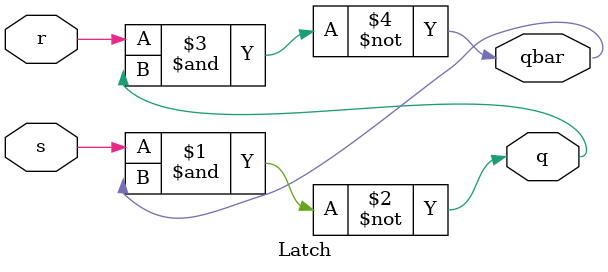
<source format=v>
`timescale 1ns / 1ps


module Latch(
 input s, r,
    output q, qbar
    );
    
assign q = ~(s & qbar);
assign qbar = ~(r & q);
    
endmodule

</source>
